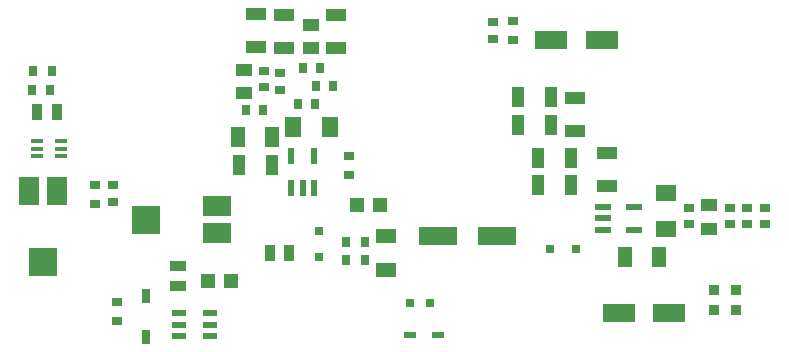
<source format=gtp>
G04 #@! TF.GenerationSoftware,KiCad,Pcbnew,7.0.9*
G04 #@! TF.CreationDate,2024-01-17T16:43:07+01:00*
G04 #@! TF.ProjectId,2023_PiezoPreamp,32303233-5f50-4696-957a-6f507265616d,2.3*
G04 #@! TF.SameCoordinates,PX25317c0PY1c22260*
G04 #@! TF.FileFunction,Paste,Top*
G04 #@! TF.FilePolarity,Positive*
%FSLAX46Y46*%
G04 Gerber Fmt 4.6, Leading zero omitted, Abs format (unit mm)*
G04 Created by KiCad (PCBNEW 7.0.9) date 2024-01-17 16:43:07*
%MOMM*%
%LPD*%
G01*
G04 APERTURE LIST*
%ADD10R,1.325000X1.800000*%
%ADD11R,1.800000X1.325000*%
%ADD12R,0.600000X1.400000*%
%ADD13R,1.400000X0.600000*%
%ADD14R,0.970000X1.470000*%
%ADD15R,1.800000X2.400000*%
%ADD16R,2.400000X2.400000*%
%ADD17R,3.200000X1.600000*%
%ADD18R,0.750000X0.940000*%
%ADD19R,0.940000X0.750000*%
%ADD20R,1.075000X0.500000*%
%ADD21R,1.070000X1.820000*%
%ADD22R,0.950000X0.800000*%
%ADD23R,0.800000X0.950000*%
%ADD24R,1.470000X0.970000*%
%ADD25R,0.800000X0.800000*%
%ADD26R,2.800000X1.600000*%
%ADD27R,0.750000X1.200000*%
%ADD28R,1.150000X1.150000*%
%ADD29R,1.820000X1.070000*%
%ADD30R,1.820000X1.150000*%
%ADD31R,1.150000X1.820000*%
%ADD32R,0.900000X0.650000*%
%ADD33R,2.400000X1.800000*%
%ADD34R,0.650000X0.900000*%
%ADD35R,0.863600X0.965200*%
%ADD36R,1.470000X1.000000*%
%ADD37R,1.150000X0.600000*%
%ADD38R,1.000000X0.400000*%
G04 APERTURE END LIST*
D10*
X24262500Y-15950000D03*
X27337500Y-15950000D03*
D11*
X55800000Y-21562500D03*
X55800000Y-24637500D03*
D12*
X24100000Y-18450000D03*
X26000000Y-18450000D03*
X26000000Y-21150000D03*
X25050000Y-21150000D03*
X24100000Y-21150000D03*
D13*
X53150000Y-22750000D03*
X53150000Y-24650000D03*
X50450000Y-24650000D03*
X50450000Y-23700000D03*
X50450000Y-22750000D03*
D14*
X22270000Y-26600000D03*
X23930000Y-26600000D03*
D15*
X1925000Y-21400000D03*
D16*
X3100000Y-27400000D03*
D15*
X4275000Y-21400000D03*
D17*
X41500000Y-25200000D03*
X36500000Y-25200000D03*
D18*
X26100000Y-14050000D03*
X24700000Y-14050000D03*
D19*
X61200000Y-22800000D03*
X61200000Y-24200000D03*
D20*
X36512000Y-33600000D03*
X34188000Y-33600000D03*
D19*
X62700000Y-22800000D03*
X62700000Y-24200000D03*
D21*
X43320000Y-13400000D03*
X46080000Y-13400000D03*
D18*
X21700000Y-14550000D03*
X20300000Y-14550000D03*
D22*
X7500000Y-20900000D03*
X7500000Y-22500000D03*
D23*
X30350000Y-25700000D03*
X28750000Y-25700000D03*
D24*
X14500000Y-29430000D03*
X14500000Y-27770000D03*
D22*
X29000000Y-18450000D03*
X29000000Y-20050000D03*
D21*
X47780000Y-20850000D03*
X45020000Y-20850000D03*
D25*
X26450000Y-24800000D03*
X26450000Y-27000000D03*
D23*
X2200000Y-11200000D03*
X3800000Y-11200000D03*
D21*
X22430000Y-19150000D03*
X19670000Y-19150000D03*
D14*
X2570000Y-14700000D03*
X4230000Y-14700000D03*
D26*
X46100000Y-8600000D03*
X50400000Y-8600000D03*
D27*
X11800000Y-33700000D03*
X11800000Y-30300000D03*
D28*
X18950000Y-29000000D03*
X17050000Y-29000000D03*
D29*
X50800000Y-20930000D03*
X50800000Y-18170000D03*
D30*
X32100000Y-25150000D03*
X32100000Y-28050000D03*
D29*
X27900000Y-6520000D03*
X27900000Y-9280000D03*
X23500000Y-9280000D03*
X23500000Y-6520000D03*
D22*
X9300000Y-32400000D03*
X9300000Y-30800000D03*
D31*
X22450000Y-16800000D03*
X19550000Y-16800000D03*
D32*
X9000000Y-20875000D03*
X9000000Y-22325000D03*
D22*
X42900000Y-7000000D03*
X42900000Y-8600000D03*
D19*
X23100000Y-11400000D03*
X23100000Y-12800000D03*
D33*
X17800000Y-22625000D03*
D16*
X11800000Y-23800000D03*
D33*
X17800000Y-24975000D03*
D19*
X21800000Y-11200000D03*
X21800000Y-12600000D03*
D21*
X43320000Y-15800000D03*
X46080000Y-15800000D03*
D31*
X55250000Y-27000000D03*
X52350000Y-27000000D03*
D21*
X47780000Y-18600000D03*
X45020000Y-18600000D03*
D25*
X48200000Y-26300000D03*
X46000000Y-26300000D03*
D34*
X26175000Y-12500000D03*
X27625000Y-12500000D03*
D35*
X61750000Y-29723700D03*
X61750000Y-31476300D03*
D36*
X59500000Y-22600000D03*
X59500000Y-24600000D03*
D37*
X17200000Y-31750000D03*
X17200000Y-32700000D03*
X17200000Y-33650000D03*
X14600000Y-33650000D03*
X14600000Y-32700000D03*
X14600000Y-31750000D03*
D34*
X25075000Y-10950000D03*
X26525000Y-10950000D03*
D28*
X29700000Y-22600000D03*
X31600000Y-22600000D03*
D19*
X57800000Y-22800000D03*
X57800000Y-24200000D03*
D25*
X35825000Y-30900000D03*
X34175000Y-30900000D03*
D34*
X2175000Y-12800000D03*
X3625000Y-12800000D03*
D19*
X64200000Y-22800000D03*
X64200000Y-24200000D03*
D29*
X48150000Y-13520000D03*
X48150000Y-16280000D03*
D38*
X2600000Y-18450000D03*
X2600000Y-17800000D03*
X2600000Y-17150000D03*
X4600000Y-17150000D03*
X4600000Y-17800000D03*
X4600000Y-18450000D03*
D23*
X28750000Y-27200000D03*
X30350000Y-27200000D03*
D32*
X41200000Y-7075000D03*
X41200000Y-8525000D03*
D35*
X59850000Y-29723700D03*
X59850000Y-31476300D03*
D29*
X21100000Y-9180000D03*
X21100000Y-6420000D03*
D26*
X51800000Y-31750000D03*
X56100000Y-31750000D03*
D36*
X20100000Y-11100000D03*
X20100000Y-13100000D03*
X25750000Y-9300000D03*
X25750000Y-7300000D03*
M02*

</source>
